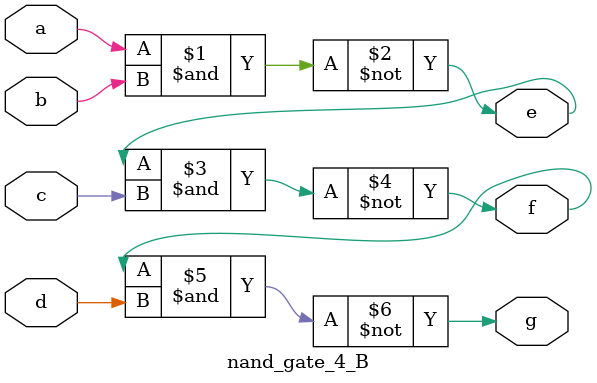
<source format=v>
`timescale 1ns / 1ps

module nand_gate_4_B(a, b, c, d, e, f, g);
    input a, b, c, d;
    output e, f, g;

    assign e= ~(a&b);
    assign f = ~(e&c);
    assign g = ~(f&d);
endmodule

</source>
